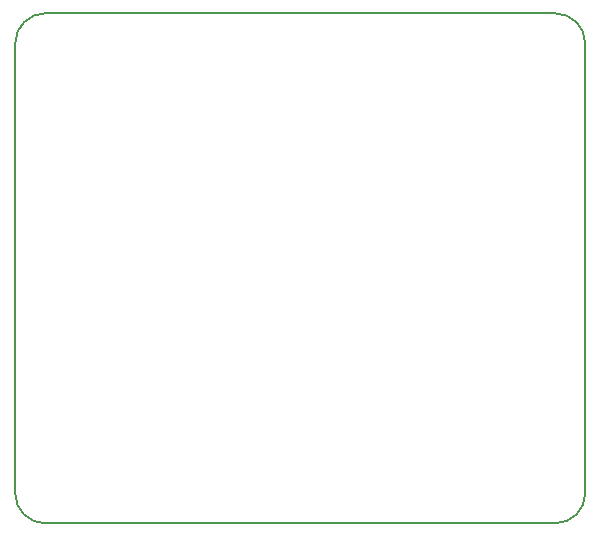
<source format=gm1>
G04 #@! TF.FileFunction,Profile,NP*
%FSLAX46Y46*%
G04 Gerber Fmt 4.6, Leading zero omitted, Abs format (unit mm)*
G04 Created by KiCad (PCBNEW 4.0.1-stable) date 3/24/2016 2:30:21 AM*
%MOMM*%
G01*
G04 APERTURE LIST*
%ADD10C,0.200000*%
%ADD11C,0.150000*%
G04 APERTURE END LIST*
D10*
D11*
X175260000Y-78740000D02*
G75*
G03X172720000Y-76200000I-2540000J0D01*
G01*
X172720000Y-119380000D02*
G75*
G03X175260000Y-116840000I0J2540000D01*
G01*
X127000000Y-116840000D02*
G75*
G03X129540000Y-119380000I2540000J0D01*
G01*
X129540000Y-76200000D02*
G75*
G03X127000000Y-78740000I0J-2540000D01*
G01*
X127000000Y-116840000D02*
X127000000Y-78740000D01*
X172720000Y-119380000D02*
X129540000Y-119380000D01*
X175260000Y-78740000D02*
X175260000Y-116840000D01*
X129540000Y-76200000D02*
X172720000Y-76200000D01*
M02*

</source>
